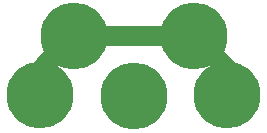
<source format=gbl>
%MOIN*%
%FSLAX25Y25*%
G04 D10 used for Character Trace; *
G04     Circle (OD=.01000) (No hole)*
G04 D11 used for Power Trace; *
G04     Circle (OD=.06700) (No hole)*
G04 D12 used for Signal Trace; *
G04     Circle (OD=.01100) (No hole)*
G04 D13 used for Via; *
G04     Circle (OD=.05800) (Round. Hole ID=.02800)*
G04 D14 used for Component hole; *
G04     Circle (OD=.06500) (Round. Hole ID=.03500)*
G04 D15 used for Component hole; *
G04     Circle (OD=.06700) (Round. Hole ID=.04300)*
G04 D16 used for Component hole; *
G04     Circle (OD=.08100) (Round. Hole ID=.05100)*
G04 D17 used for Component hole; *
G04     Circle (OD=.08900) (Round. Hole ID=.05900)*
G04 D18 used for Component hole; *
G04     Circle (OD=.11300) (Round. Hole ID=.08300)*
G04 D19 used for Component hole; *
G04     Circle (OD=.16000) (Round. Hole ID=.13000)*
G04 D20 used for Component hole; *
G04     Circle (OD=.18300) (Round. Hole ID=.15300)*
G04 D21 used for Component hole; *
G04     Circle (OD=.22291) (Round. Hole ID=.19291)*
%ADD10C,.01000*%
%ADD11C,.06700*%
%ADD12C,.01100*%
%ADD13C,.05800*%
%ADD14C,.06500*%
%ADD15C,.06700*%
%ADD16C,.08100*%
%ADD17C,.08900*%
%ADD18C,.11300*%
%ADD19C,.16000*%
%ADD20C,.18300*%
%ADD21C,.22291*%
%IPPOS*%
%LPD*%
G90*X0Y0D02*D21*X13750Y15625D03*D11*              
X15000Y25000D01*X25000Y35000D01*D21*D03*D11*      
X65000D01*D21*D03*D11*X80000Y20000D01*            
X76250Y15625D01*D21*D03*X45000Y15000D03*M02*      

</source>
